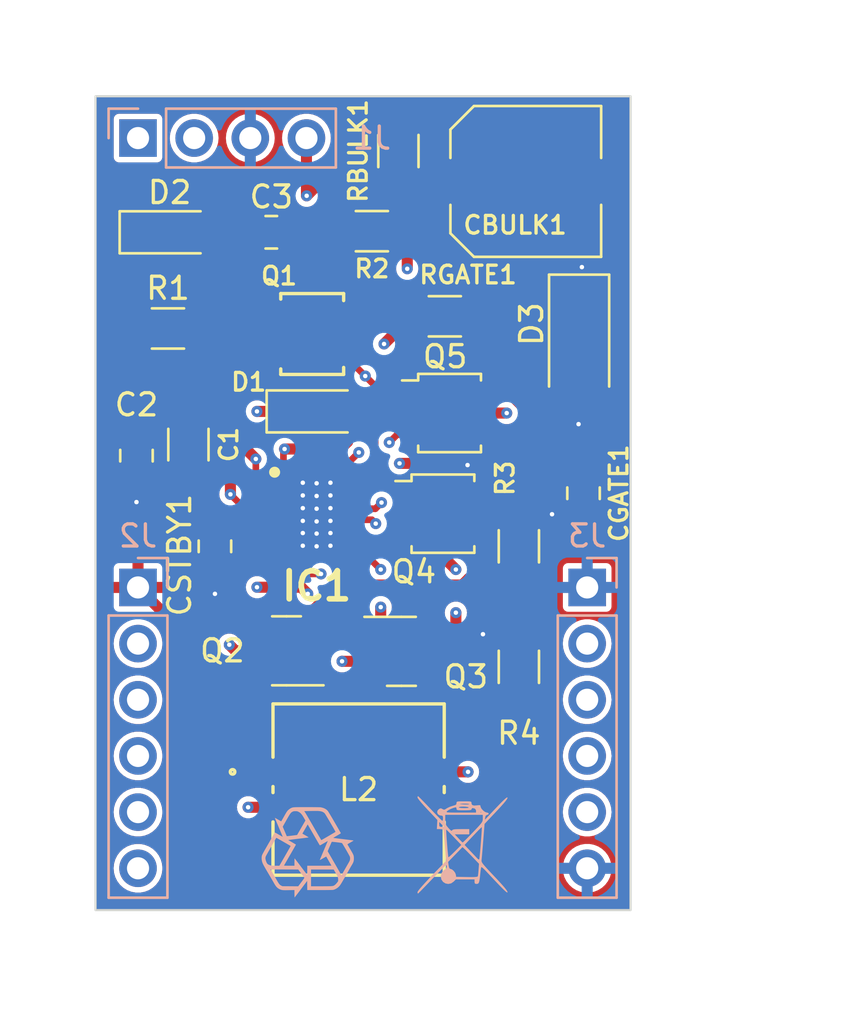
<source format=kicad_pcb>
(kicad_pcb (version 20221018) (generator pcbnew)
  (layers (0 "F.Cu" mixed) (1 "In1.Cu" power) (2 "In2.Cu" mixed) (31 "B.Cu" power) (34 "B.Paste" user) (35 "F.Paste" user) (36 "B.SilkS" user "B.Silkscreen") (37 "F.SilkS" user "F.Silkscreen") (38 "B.Mask" user) (39 "F.Mask" user) (44 "Edge.Cuts" user))
  (net 0 "")
  (net 1 "Net-(D1-K)")
  (net 2 "Net-(D1-A)")
  (net 3 "Net-(D2-A)")
  (net 4 "Net-(C1-Pad1)")
  (net 5 "Net-(Q2-S)")
  (net 6 "Net-(C3-Pad1)")
  (net 7 "Net-(Q3-S)")
  (net 8 "GND")
  (net 9 "Net-(CBULK1-Pad1)")
  (net 10 "Net-(CGATE1-Pad1)")
  (net 12 "Net-(IC1-CLASSC)")
  (net 13 "Net-(IC1-SCCP)")
  (net 14 "Net-(IC1-LGATE2)")
  (net 17 "Net-(IC1-LGATE1)")
  (net 18 "Net-(IC1-OUT)")
  (net 19 "Net-(IC1-GATE)")
  (net 20 "/PODL+")
  (net 21 "/PODL-")
  (footprint "Package_TO_SOT_SMD:SOT-23" (layer "F.Cu") (at 77.8375 140.025 180)
    (fp_text reference "Q2" (at 2.9 0) (layer "F.SilkS"))
    (fp_text value "BSS123")
    (pad "1" smd roundrect (at -0.9375 -0.95 180) (size 1.475 0.6) (layers "F.Cu" "F.Paste" "F.Mask") (net 13 "Net-(IC1-SCCP)"))
    (pad "2" smd roundrect (at -0.9375 0.95 180) (size 1.475 0.6) (layers "F.Cu" "F.Paste" "F.Mask") (net 5 "Net-(Q2-S)"))
    (pad "3" smd roundrect (at 0.9375 0 180) (size 1.475 0.6) (layers "F.Cu" "F.Paste" "F.Mask") (net 2 "Net-(D1-A)"))
  )
  (footprint "Capacitor_SMD:C_Elec_6.3x7.7" (layer "F.Cu") (at 88.6625 118.8)
    (fp_text reference "CBULK1" (at -0.4875 1.975) (layer "F.SilkS") (effects (font (size 0.8 0.8))))
    (fp_text value "47uF")
    (pad "1" smd roundrect (at -2.5375 0) (size 3.325 1.6) (layers "F.Cu" "F.Paste" "F.Mask") (roundrect_rratio 0.15625) (net 9 "Net-(CBULK1-Pad1)"))
    (pad "2" smd roundrect (at 2.5375 0) (size 3.325 1.6) (layers "F.Cu" "F.Paste" "F.Mask") (roundrect_rratio 0.15625) (net 8 "GND"))
  )
  (footprint "Diode_SMD:Nexperia_CFP3_SOD-123W" (layer "F.Cu") (at 72.55 121.1)
    (fp_text reference "D2" (at 0 -1.8) (layer "F.SilkS"))
    (fp_text value "PMEG10020AELR")
    (pad "1" smd rect (at -1.4 0) (size 1.2 1.2) (layers "F.Cu" "F.Paste" "F.Mask") (net 1 "Net-(D1-K)"))
    (pad "2" smd rect (at 1.4 0) (size 1.2 1.2) (layers "F.Cu" "F.Paste" "F.Mask") (net 3 "Net-(D2-A)"))
  )
  (footprint "Capacitor_SMD:C_0805_2012Metric" (layer "F.Cu") (at 77.15 121.1 180)
    (fp_text reference "C3" (at 0 1.6) (layer "F.SilkS"))
    (fp_text value "47nF")
    (pad "1" smd roundrect (at -0.95 0 180) (size 1 1.45) (layers "F.Cu" "F.Paste" "F.Mask") (net 6 "Net-(C3-Pad1)"))
    (pad "2" smd roundrect (at 0.95 0 180) (size 1 1.45) (layers "F.Cu" "F.Paste" "F.Mask") (net 3 "Net-(D2-A)"))
  )
  (footprint "Resistor_SMD:R_1206_3216Metric" (layer "F.Cu") (at 72.475 125.45)
    (fp_text reference "R1" (at 0 -1.82) (layer "F.SilkS"))
    (fp_text value "40, 1/4")
    (pad "1" smd roundrect (at -1.4625 0) (size 1.125 1.75) (layers "F.Cu" "F.Paste" "F.Mask") (roundrect_rratio 0.222222) (net 1 "Net-(D1-K)"))
    (pad "2" smd roundrect (at 1.4625 0) (size 1.125 1.75) (layers "F.Cu" "F.Paste" "F.Mask") (roundrect_rratio 0.222222) (net 4 "Net-(C1-Pad1)"))
  )
  (footprint "Capacitor_SMD:C_0805_2012Metric" (layer "F.Cu") (at 91.275 132.9 -90)
    (fp_text reference "CGATE1" (at 0 -1.6 90) (layer "F.SilkS") (effects (font (size 0.8 0.8))))
    (fp_text value "22nF")
    (pad "1" smd roundrect (at -0.95 0 270) (size 1 1.45) (layers "F.Cu" "F.Paste" "F.Mask") (net 10 "Net-(CGATE1-Pad1)"))
    (pad "2" smd roundrect (at 0.95 0 270) (size 1 1.45) (layers "F.Cu" "F.Paste" "F.Mask") (net 8 "GND"))
  )
  (footprint "Package_TO_SOT_SMD:LFPAK33" (layer "F.Cu") (at 84.715 133.824)
    (fp_text reference "Q4" (at -1.115 2.626) (layer "F.SilkS"))
    (fp_text value "BUK9M120-100EX")
    (pad "1" smd rect (at -1.535 -0.975) (size 0.83 0.4) (layers "F.Cu" "F.Mask") (net 8 "GND"))
    (pad "2" smd rect (at -1.535 -0.325) (size 0.83 0.4) (layers "F.Cu" "F.Mask") (net 8 "GND"))
    (pad "3" smd rect (at -1.535 0.325) (size 0.83 0.4) (layers "F.Cu" "F.Mask") (net 8 "GND"))
    (pad "4" smd rect (at -1.535 0.975) (size 0.83 0.4) (layers "F.Cu" "F.Mask") (net 14 "Net-(IC1-LGATE2)"))
    (pad "5" smd custom (at 0.405 0) (size 1.85 2.25) (layers "F.Cu" "F.Mask") (net 3 "Net-(D2-A)") (options (clearance outline) (anchor rect)) (primitives (gr_poly (pts (xy 1.545 -0.775) (xy 0.925 -0.775) (xy 0.925 -1.175) (xy 1.545 -1.175)) (width 0) (fill yes)) (gr_poly (pts (xy 1.545 -0.125) (xy 0.925 -0.125) (xy 0.925 -0.525) (xy 1.545 -0.525)) (width 0) (fill yes)) (gr_poly (pts (xy 1.545 0.525) (xy 0.925 0.525) (xy 0.925 0.125) (xy 1.545 0.125)) (width 0) (fill yes)) (gr_poly (pts (xy 1.545 1.175) (xy 0.925 1.175) (xy 0.925 0.775) (xy 1.545 0.775)) (width 0) (fill yes))))
  )
  (footprint "footprints:MSD7342_COC" (layer "F.Cu") (at 81.1 146.3)
    (fp_text reference "L2" (at 0 0 unlocked) (layer "F.SilkS"))
    (fp_text value "MSD7342-683MLC")
    (pad "1" smd rect (at -2.9718 -0.8001) (size 2.159 0.6604) (layers "F.Cu" "F.Paste" "F.Mask") (net 20 "/PODL+"))
    (pad "2" smd rect (at -2.9718 0.8001) (size 2.159 0.6604) (layers "F.Cu" "F.Paste" "F.Mask") (net 3 "Net-(D2-A)"))
    (pad "3" smd rect (at 2.9718 0.8001) (size 2.159 0.6604) (layers "F.Cu" "F.Paste" "F.Mask") (net 2 "Net-(D1-A)"))
    (pad "4" smd rect (at 2.9718 -0.8001) (size 2.159 0.6604) (layers "F.Cu" "F.Paste" "F.Mask") (net 21 "/PODL-"))
  )
  (footprint "Resistor_SMD:R_1206_3216Metric" (layer "F.Cu") (at 82.9 117.425 90)
    (fp_text reference "RBULK1" (at 0 -1.82 90) (layer "F.SilkS") (effects (font (size 0.8 0.8))))
    (fp_text value "3.3, 1/4")
    (pad "1" smd roundrect (at -1.4625 0 90) (size 1.125 1.75) (layers "F.Cu" "F.Paste" "F.Mask") (roundrect_rratio 0.2222222222) (net 18 "Net-(IC1-OUT)"))
    (pad "2" smd roundrect (at 1.4625 0 90) (size 1.125 1.75) (layers "F.Cu" "F.Paste" "F.Mask") (roundrect_rratio 0.2222222222) (net 9 "Net-(CBULK1-Pad1)"))
  )
  (footprint "Resistor_SMD:R_1206_3216Metric" (layer "F.Cu") (at 85 124.9)
    (fp_text reference "RGATE1" (at 1.05 -1.875) (layer "F.SilkS") (effects (font (size 0.8 0.8))))
    (fp_text value "10k")
    (pad "1" smd roundrect (at -1.4625 0) (size 1.125 1.75) (layers "F.Cu" "F.Paste" "F.Mask") (roundrect_rratio 0.2222222222) (net 19 "Net-(IC1-GATE)"))
    (pad "2" smd roundrect (at 1.4625 0) (size 1.125 1.75) (layers "F.Cu" "F.Paste" "F.Mask") (roundrect_rratio 0.2222222222) (net 10 "Net-(CGATE1-Pad1)"))
  )
  (footprint "footprints2:LFPAK33_SOT1210_NEX" (layer "F.Cu") (at 79 125.7 90)
    (fp_text reference "Q1" (at 2.625 -1.5 unlocked) (layer "F.SilkS") (effects (font (size 0.8 0.8))))
    (fp_text value "PSMN075-100MSEX")
    (pad "1" smd rect (at -0.974999 1.8542 90) (size 0.4064 1.2192) (layers "F.Cu" "F.Paste" "F.Mask") (net 18 "Net-(IC1-OUT)"))
    (pad "2" smd rect (at -0.325001 1.8542 90) (size 0.4064 1.2192) (layers "F.Cu" "F.Paste" "F.Mask"))
    (pad "3" smd rect (at 0.325001 1.8542 90) (size 0.4064 1.2192) (layers "F.Cu" "F.Paste" "F.Mask"))
    (pad "4" smd rect (at 0.974999 1.8542 90) (size 0.4064 1.2192) (layers "F.Cu" "F.Paste" "F.Mask") (net 19 "Net-(IC1-GATE)"))
    (pad "5" smd rect (at 0 -0.5461 90) (size 2.4892 3.0734) (layers "F.Cu" "F.Paste" "F.Mask") (net 1 "Net-(D1-K)"))
  )
  (footprint "Package_TO_SOT_SMD:SOT-23" (layer "F.Cu") (at 83.0375 140.05)
    (fp_text reference "Q3" (at 2.9125 1.15 180) (layer "F.SilkS"))
    (fp_text value "BSS123")
    (pad "1" smd roundrect (at -0.9375 -0.95) (size 1.475 0.6) (layers "F.Cu" "F.Paste" "F.Mask") (net 13 "Net-(IC1-SCCP)"))
    (pad "2" smd roundrect (at -0.9375 0.95) (size 1.475 0.6) (layers "F.Cu" "F.Paste" "F.Mask") (net 7 "Net-(Q3-S)"))
    (pad "3" smd roundrect (at 0.9375 0) (size 1.475 0.6) (layers "F.Cu" "F.Paste" "F.Mask") (net 3 "Net-(D2-A)"))
  )
  (footprint "Capacitor_SMD:C_1206_3216Metric" (layer "F.Cu") (at 73.4 130.7 -90)
    (fp_text reference "C1" (at 0 -1.825 90) (layer "F.SilkS") (effects (font (size 0.8 0.8))))
    (fp_text value "150nF")
    (pad "1" smd roundrect (at -1.475 0 270) (size 1.15 1.8) (layers "F.Cu" "F.Paste" "F.Mask") (roundrect_rratio 0.2173913043) (net 4 "Net-(C1-Pad1)"))
    (pad "2" smd roundrect (at 1.475 0 270) (size 1.15 1.8) (layers "F.Cu" "F.Paste" "F.Mask") (roundrect_rratio 0.2173913043) (net 8 "GND"))
  )
  (footprint "Resistor_SMD:R_1206_3216Metric" (layer "F.Cu") (at 88.35 135.3 90)
    (fp_text reference "R3" (at 3.075 -0.625 270) (layer "F.SilkS") (effects (font (size 0.8 0.8))))
    (fp_text value "3.3, 1/4")
    (pad "1" smd roundrect (at -1.4625 0 90) (size 1.125 1.75) (layers "F.Cu" "F.Paste" "F.Mask") (roundrect_rratio 0.2222222222) (net 5 "Net-(Q2-S)"))
    (pad "2" smd roundrect (at 1.4625 0 90) (size 1.125 1.75) (layers "F.Cu" "F.Paste" "F.Mask") (roundrect_rratio 0.2222222222) (net 8 "GND"))
  )
  (footprint "Resistor_SMD:R_1206_3216Metric" (layer "F.Cu") (at 81.7 121.05 180)
    (fp_text reference "R2" (at 0 -1.7) (layer "F.SilkS") (effects (font (size 0.8 0.8))))
    (fp_text value "100")
    (pad "1" smd roundrect (at -1.4625 0 180) (size 1.125 1.75) (layers "F.Cu" "F.Paste" "F.Mask") (roundrect_rratio 0.2222222222) (net 2 "Net-(D1-A)"))
    (pad "2" smd roundrect (at 1.4625 0 180) (size 1.125 1.75) (layers "F.Cu" "F.Paste" "F.Mask") (roundrect_rratio 0.2222222222) (net 6 "Net-(C3-Pad1)"))
  )
  (footprint "Resistor_SMD:R_1206_3216Metric" (layer "F.Cu") (at 88.35 140.75 90)
    (fp_text reference "R4" (at -3 0) (layer "F.SilkS"))
    (fp_text value "3.3, 1/4")
    (pad "1" smd roundrect (at -1.4625 0 90) (size 1.125 1.75) (layers "F.Cu" "F.Paste" "F.Mask") (roundrect_rratio 0.2222222222) (net 7 "Net-(Q3-S)"))
    (pad "2" smd roundrect (at 1.4625 0 90) (size 1.125 1.75) (layers "F.Cu" "F.Paste" "F.Mask") (roundrect_rratio 0.2222222222) (net 8 "GND"))
  )
  (footprint "Capacitor_SMD:C_0805_2012Metric" (layer "F.Cu") (at 74.6 135.3 -90)
    (fp_text reference "CSTBY1" (at 0.4 1.6 90) (layer "F.SilkS"))
    (fp_text value "2.2uF")
    (pad "1" smd roundrect (at -0.95 0 270) (size 1 1.45) (layers "F.Cu" "F.Paste" "F.Mask") (net 12 "Net-(IC1-CLASSC)"))
    (pad "2" smd roundrect (at 0.95 0 270) (size 1 1.45) (layers "F.Cu" "F.Paste" "F.Mask") (net 8 "GND"))
  )
  (footprint "Capacitor_SMD:C_0805_2012Metric" (layer "F.Cu") (at 71.05 131.2 -90)
    (fp_text reference "C2" (at -2.3 0) (layer "F.SilkS"))
    (fp_text value "47nF")
    (pad "1" smd roundrect (at -0.95 0 270) (size 1 1.45) (layers "F.Cu" "F.Paste" "F.Mask") (net 1 "Net-(D1-K)"))
    (pad "2" smd roundrect (at 0.95 0 270) (size 1 1.45) (layers "F.Cu" "F.Paste" "F.Mask") (net 8 "GND"))
  )
  (footprint "Diode_SMD:D_SOD-128" (layer "F.Cu") (at 91.075 126.175 -90)
    (fp_text reference "D3" (at -0.925 2.15 90) (layer "F.SilkS"))
    (fp_text value "D_Zener")
    (pad "1" smd roundrect (at -2.2 0 270) (size 1.4 2.1) (layers "F.Cu" "F.Paste" "F.Mask") (roundrect_rratio 0.1785714286) (net 1 "Net-(D1-K)"))
    (pad "2" smd roundrect (at 2.2 0 270) (size 1.4 2.1) (layers "F.Cu" "F.Paste" "F.Mask") (roundrect_rratio 0.1785714286) (net 8 "GND"))
  )
  (footprint "Diode_SMD:Nexperia_CFP3_SOD-123W" (layer "F.Cu") (at 79.2 129.2)
    (fp_text reference "D1" (at -3.075 -1.325) (layer "F.SilkS") (effects (font (size 0.8 0.8))))
    (fp_text value "PMEG10020AELR")
    (pad "1" smd rect (at -1.4 0) (size 1.2 1.2) (layers "F.Cu" "F.Paste" "F.Mask") (net 1 "Net-(D1-K)"))
    (pad "2" smd rect (at 1.4 0) (size 1.2 1.2) (layers "F.Cu" "F.Paste" "F.Mask") (net 2 "Net-(D1-A)"))
  )
  (footprint "KiCad:SON50P300X400X80-13N-D" (layer "F.Cu") (at 79.2 133.85)
    (fp_text reference "IC1" (at 0 3.25) (layer "F.SilkS") (effects (font (size 1.27 1.27) (thickness 0.254))))
    (fp_text value "LTC9111RDE#PBF" hide)
    (pad "1" smd rect (at -1.5 -1.25 90) (size 0.3 0.8) (layers "F.Cu" "F.Paste" "F.Mask") (net 2 "Net-(D1-A)"))
    (pad "2" smd rect (at -1.5 -0.75 90) (size 0.3 0.8) (layers "F.Cu" "F.Paste" "F.Mask") (net 3 "Net-(D2-A)"))
    (pad "3" smd rect (at -1.5 -0.25 90) (size 0.3 0.8) (layers "F.Cu" "F.Paste" "F.Mask") (net 1 "Net-(D1-K)"))
    (pad "4" smd rect (at -1.5 0.25 90) (size 0.3 0.8) (layers "F.Cu" "F.Paste" "F.Mask") (net 12 "Net-(IC1-CLASSC)"))
    (pad "5" smd rect (at -1.5 0.75 90) (size 0.3 0.8) (layers "F.Cu" "F.Paste" "F.Mask") (net 8 "GND"))
    (pad "6" smd rect (at -1.5 1.25 90) (size 0.3 0.8) (layers "F.Cu" "F.Paste" "F.Mask"))
    (pad "7" smd rect (at 1.5 1.25 90) (size 0.3 0.8) (layers "F.Cu" "F.Paste" "F.Mask") (net 13 "Net-(IC1-SCCP)"))
    (pad "8" smd rect (at 1.5 0.75 90) (size 0.3 0.8) (layers "F.Cu" "F.Paste" "F.Mask") (net 14 "Net-(IC1-LGATE2)"))
    (pad "9" smd rect (at 1.5 0.25 90) (size 0.3 0.8) (layers "F.Cu" "F.Paste" "F.Mask") (net 17 "Net-(IC1-LGATE1)"))
    (pad "10" smd rect (at 1.5 -0.25 90) (size 0.3 0.8) (layers "F.Cu" "F.Paste" "F.Mask") (net 12 "Net-(IC1-CLASSC)"))
    (pad "11" smd rect (at 1.5 -0.75 90) (size 0.3 0.8) (layers "F.Cu" "F.Paste" "F.Mask") (net 18 "Net-(IC1-OUT)"))
    (pad "12" smd rect (at 1.5 -1.25 90) (size 0.3 0.8) (layers "F.Cu" "F.Paste" "F.Mask") (net 19 "Net-(IC1-GATE)"))
    (pad "13" smd rect (at 0 0) (size 1.8 3.4) (layers "F.Cu" "F.Paste" "F.Mask") (net 8 "GND"))
  )
  (footprint "Package_TO_SOT_SMD:LFPAK33" (layer "F.Cu") (at 85.015 129.274)
    (fp_text reference "Q5" (at 0 -2.55) (layer "F.SilkS"))
    (fp_text value "BUK9M120-100EX")
    (pad "1" smd rect (at -1.535 -0.975) (size 0.83 0.4) (layers "F.Cu" "F.Mask") (net 8 "GND"))
    (pad "2" smd rect (at -1.535 -0.325) (size 0.83 0.4) (layers "F.Cu" "F.Mask") (net 8 "GND"))
    (pad "3" smd rect (at -1.535 0.325) (size 0.83 0.4) (layers "F.Cu" "F.Mask") (net 8 "GND"))
    (pad "4" smd rect (at -1.535 0.975) (size 0.83 0.4) (layers "F.Cu" "F.Mask") (net 17 "Net-(IC1-LGATE1)"))
    (pad "5" smd custom (at 0.405 0) (size 1.85 2.25) (layers "F.Cu" "F.Mask") (net 2 "Net-(D1-A)") (options (clearance outline) (anchor rect)) (primitives (gr_poly (pts (xy 1.545 -0.775) (xy 0.925 -0.775) (xy 0.925 -1.175) (xy 1.545 -1.175)) (width 0) (fill yes)) (gr_poly (pts (xy 1.545 -0.125) (xy 0.925 -0.125) (xy 0.925 -0.525) (xy 1.545 -0.525)) (width 0) (fill yes)) (gr_poly (pts (xy 1.545 0.525) (xy 0.925 0.525) (xy 0.925 0.125) (xy 1.545 0.125)) (width 0) (fill yes)) (gr_poly (pts (xy 1.545 1.175) (xy 0.925 1.175) (xy 0.925 0.775) (xy 1.545 0.775)) (width 0) (fill yes))))
  )
  (footprint "Connector_PinHeader_2.54mm:PinHeader_1x04_P2.54mm_Vertical" (layer "B.Cu") (at 71.12 116.84 -90)
    (fp_text reference "J1" (at 0 -10.58) (layer "B.SilkS") (effects (justify mirror)))
    (fp_text value "Conn_01x04_Pin")
    (pad "1" thru_hole rect locked (at 0 0 270) (size 1.7 1.7) (drill 1) (layers "*.Cu" "*.Mask"))
    (pad "2" thru_hole oval locked (at 0 -2.54 270) (size 1.7 1.7) (drill 1) (layers "*.Cu" "*.Mask"))
    (pad "3" thru_hole oval locked (at 0 -5.08 270) (size 1.7 1.7) (drill 1) (layers "*.Cu" "*.Mask") (net 8 "GND"))
    (pad "4" thru_hole oval locked (at 0 -7.62 270) (size 1.7 1.7) (drill 1) (layers "*.Cu" "*.Mask") (net 18 "Net-(IC1-OUT)"))
  )
  (footprint "LOGO" (layer "B.Cu") (at 78.8 149.1 180)
    (fp_text reference "G***" hide)
    (fp_text value "LOGO" hide)
  )
  (footprint "LOGO" (layer "B.Cu") (at 85.867914 148.156092 180)
    (fp_text reference "G***" hide)
    (fp_text value "LOGO" hide)
  )
  (footprint "Connector_PinHeader_2.54mm:PinHeader_1x06_P2.54mm_Vertical" (layer "B.Cu") (at 71.12 137.16 180)
    (fp_text reference "J2" (at 0 2.33) (layer "B.SilkS") (effects (justify mirror)))
    (fp_text value "Conn_01x06_Pin")
    (pad "1" thru_hole rect locked (at 0 0 180) (size 1.7 1.7) (drill 1) (layers "*.Cu" "*.Mask") (net 20 "/PODL+"))
    (pad "2" thru_hole oval locked (at 0 -2.54 180) (size 1.7 1.7) (drill 1) (layers "*.Cu" "*.Mask"))
    (pad "3" thru_hole oval locked (at 0 -5.08 180) (size 1.7 1.7) (drill 1) (layers "*.Cu" "*.Mask"))
    (pad "4" thru_hole oval locked (at 0 -7.62 180) (size 1.7 1.7) (drill 1) (layers "*.Cu" "*.Mask"))
    (pad "5" thru_hole oval locked (at 0 -10.16 180) (size 1.7 1.7) (drill 1) (layers "*.Cu" "*.Mask"))
    (pad "6" thru_hole oval locked (at 0 -12.7 180) (size 1.7 1.7) (drill 1) (layers "*.Cu" "*.Mask") (net 21 "/PODL-"))
  )
  (footprint "Connector_PinHeader_2.54mm:PinHeader_1x06_P2.54mm_Vertical" (layer "B.Cu") (at 91.44 137.16 180)
    (fp_text reference "J3" (at 0 2.33) (layer "B.SilkS") (effects (justify mirror)))
    (fp_text value "Conn_01x06_Pin")
    (pad "1" thru_hole rect locked (at 0 0 180) (size 1.7 1.7) (drill 1) (layers "*.Cu" "*.Mask") (net 8 "GND"))
    (pad "2" thru_hole oval locked (at 0 -2.54 180) (size 1.7 1.7) (drill 1) (layers "*.Cu" "*.Mask"))
    (pad "3" thru_hole oval locked (at 0 -5.08 180) (size 1.7 1.7) (drill 1) (layers "*.Cu" "*.Mask"))
    (pad "4" thru_hole oval locked (at 0 -7.62 180) (size 1.7 1.7) (drill 1) (layers "*.Cu" "*.Mask"))
    (pad "5" thru_hole oval locked (at 0 -10.16 180) (size 1.7 1.7) (drill 1) (layers "*.Cu" "*.Mask"))
    (pad "6" thru_hole oval locked (at 0 -12.7 180) (size 1.7 1.7) (drill 1) (layers "*.Cu" "*.Mask") (net 8 "GND"))
  )
  (gr_rect (start 69.2 114.95) (end 93.4 151.75) (stroke (width 0.1)) (fill none) (layer "Edge.Cuts"))
  (segment (start 78.4539 123.9554) (end 78.4539 125.7) (width 0.5) (layer "F.Cu") (net 1))
  (segment (start 71.05 130.25) (end 73.446878 130.25) (width 0.5) (layer "F.Cu") (net 1))
  (segment (start 91.075 123.975) (end 90.675 123.575) (width 0.5) (layer "F.Cu") (net 1))
  (segment (start 75.3 132.103122) (end 75.3 132.95) (width 0.5) (layer "F.Cu") (net 1))
  (segment (start 90.675 123.575) (end 78.8343 123.575) (width 0.5) (layer "F.Cu") (net 1))
  (segment (start 78.8343 123.575) (end 78.4539 123.9554) (width 0.5) (layer "F.Cu") (net 1))
  (segment (start 75.95 133.6) (end 75.3 132.95) (width 0.3) (layer "F.Cu") (net 1))
  (segment (start 77.8 129.2) (end 76.5 129.2) (width 0.5) (layer "F.Cu") (net 1))
  (segment (start 71.0125 121.2375) (end 71.15 121.1) (width 0.5) (layer "F.Cu") (net 1))
  (segment (start 73.446878 130.25) (end 75.3 132.103122) (width 0.5) (layer "F.Cu") (net 1))
  (segment (start 71.05 125.4875) (end 71.0125 125.45) (width 0.5) (layer "F.Cu") (net 1))
  (segment (start 77.8 129.2) (end 77.8 126.3539) (width 0.5) (layer "F.Cu") (net 1))
  (segment (start 71.05 130.25) (end 71.05 125.4875) (width 0.5) (layer "F.Cu") (net 1))
  (segment (start 77.8 126.3539) (end 78.4539 125.7) (width 0.5) (layer "F.Cu") (net 1))
  (segment (start 71.0125 125.45) (end 71.0125 121.2375) (width 0.5) (layer "F.Cu") (net 1))
  (segment (start 77.7 133.6) (end 75.95 133.6) (width 0.3) (layer "F.Cu") (net 1))
  (via (at 75.3 132.95) (size 0.5) (drill 0.2) (layers "F.Cu" "B.Cu") (net 1))
  (via (at 76.5 129.2) (size 0.5) (drill 0.2) (layers "F.Cu" "B.Cu") (net 1))
  (segment (start 76.9 140.025) (end 75.675 140.025) (width 0.5) (layer "F.Cu") (net 2))
  (segment (start 80.27369 130.9) (end 77.75 130.9) (width 0.5) (layer "F.Cu") (net 2))
  (segment (start 84.0718 147.1001) (end 82.6001 147.1001) (width 0.5) (layer "F.Cu") (net 2))
  (segment (start 77.7 130.95) (end 77.75 130.9) (width 0.3) (layer "F.Cu") (net 2))
  (segment (start 77.7 132.6) (end 77.7 130.95) (width 0.3) (layer "F.Cu") (net 2))
  (segment (start 85.42 131.28) (end 85.15 131.55) (width 0.5) (layer "F.Cu") (net 2))
  (segment (start 75.6 140.1) (end 75.25 139.75) (width 0.3) (layer "F.Cu") (net 2))
  (segment (start 85.421 129.275) (end 85.42 129.274) (width 0.5) (layer "F.Cu") (net 2))
  (segment (start 83.3 122.725) (end 83.3 121.1875) (width 0.5) (layer "F.Cu") (net 2))
  (segment (start 80.6 129.2) (end 80.6 130.57369) (width 0.5) (layer "F.Cu") (net 2))
  (segment (start 75.675 140.025) (end 75.6 140.1) (width 0.5) (layer "F.Cu") (net 2))
  (segment (start 83.3 121.1875) (end 83.1625 121.05) (width 0.5) (layer "F.Cu") (net 2))
  (segment (start 80.6 130.57369) (end 80.27369 130.9) (width 0.5) (layer "F.Cu") (net 2))
  (segment (start 85.42 129.274) (end 85.42 131.28) (width 0.5) (layer "F.Cu") (net 2))
  (segment (start 82.6001 147.1001) (end 75.25 139.75) (width 0.5) (layer "F.Cu") (net 2))
  (segment (start 87.8 129.275) (end 85.421 129.275) (width 0.5) (layer "F.Cu") (net 2))
  (segment (start 85.15 131.55) (end 82.95 131.55) (width 0.5) (layer "F.Cu") (net 2))
  (via (at 77.75 130.9) (size 0.5) (drill 0.2) (layers "F.Cu" "B.Cu") (net 2))
  (via (at 83.3 122.75) (size 0.5) (drill 0.2) (layers "F.Cu" "B.Cu") (net 2))
  (via (at 82.95 131.55) (size 0.5) (drill 0.2) (layers "F.Cu" "B.Cu") (net 2))
  (via (at 87.8 129.275) (size 0.5) (drill 0.2) (layers "F.Cu" "B.Cu") (net 2))
  (via (at 75.25 139.75) (size 0.5) (drill 0.2) (layers "F.Cu" "B.Cu") (net 2))
  (segment (start 85.12 133.824) (end 85.12 135.97) (width 0.5) (layer "F.Cu") (net 3))
  (segment (start 75.45 130.35) (end 76.45 131.35) (width 0.5) (layer "F.Cu") (net 3))
  (segment (start 73.95 121.1) (end 76.2 121.1) (width 0.5) (layer "F.Cu") (net 3))
  (segment (start 75.45 123.75) (end 76.2 123) (width 0.5) (layer "F.Cu") (net 3))
  (segment (start 81.459816 140.05) (end 83.975 140.05) (width 0.5) (layer "F.Cu") (net 3))
  (segment (start 76.1001 147.1001) (end 76.1 147.1) (width 0.5) (layer "F.Cu") (net 3))
  (segment (start 75.45 130.35) (end 75.45 123.75) (width 0.5) (layer "F.Cu") (net 3))
  (segment (start 76.5 137.15) (end 78.5 137.15) (width 0.5) (layer "F.Cu") (net 3))
  (segment (start 85.5 134.504) (end 84.82 133.824) (width 0.5) (layer "F.Cu") (net 3))
  (segment (start 85.5 139.7) (end 85.5 138.3) (width 0.5) (layer "F.Cu") (net 3))
  (segment (start 85.12 135.97) (end 85.5 136.35) (width 0.5) (layer "F.Cu") (net 3))
  (segment (start 78.5 137.15) (end 78.8 137.45) (width 0.5) (layer "F.Cu") (net 3))
  (segment (start 80.35 140.5) (end 81.009816 140.5) (width 0.5) (layer "F.Cu") (net 3))
  (segment (start 81.009816 140.5) (end 81.459816 140.05) (width 0.5) (layer "F.Cu") (net 3))
  (segment (start 76.2 123) (end 76.2 121.1) (width 0.5) (layer "F.Cu") (net 3))
  (segment (start 76.45 132.6) (end 76.45 131.35) (width 0.3) (layer "F.Cu") (net 3))
  (segment (start 83.975 140.05) (end 85.15 140.05) (width 0.5) (layer "F.Cu") (net 3))
  (segment (start 85.15 140.05) (end 85.5 139.7) (width 0.5) (layer "F.Cu") (net 3))
  (segment (start 76.95 133.1) (end 76.45 132.6) (width 0.3) (layer "F.Cu") (net 3))
  (segment (start 77.7 133.1) (end 76.95 133.1) (width 0.3) (layer "F.Cu") (net 3))
  (segment (start 78.1282 147.1001) (end 76.1001 147.1001) (width 0.5) (layer "F.Cu") (net 3))
  (via (at 80.35 140.5) (size 0.5) (drill 0.2) (layers "F.Cu" "B.Cu") (net 3))
  (via (at 76.45 131.35) (size 0.5) (drill 0.2) (layers "F.Cu" "B.Cu") (net 3))
  (via (at 76.1 147.1) (size 0.5) (drill 0.2) (layers "F.Cu" "B.Cu") (net 3))
  (via (at 85.5 138.3) (size 0.5) (drill 0.2) (layers "F.Cu" "B.Cu") (net 3))
  (via (at 76.5 137.15) (size 0.5) (drill 0.2) (layers "F.Cu" "B.Cu") (net 3))
  (via (at 78.8 137.45) (size 0.5) (drill 0.2) (layers "F.Cu" "B.Cu") (net 3))
  (via (at 85.5 136.35) (size 0.5) (drill 0.2) (layers "F.Cu" "B.Cu") (net 3))
  (segment (start 73.9375 127.2375) (end 73.9375 125.45) (width 0.5) (layer "F.Cu") (net 4))
  (segment (start 73.4 127.775) (end 73.9375 127.2375) (width 0.5) (layer "F.Cu") (net 4))
  (segment (start 73.4 129.225) (end 73.4 127.775) (width 0.5) (layer "F.Cu") (net 4))
  (segment (start 85.78995 137.05) (end 86.08995 136.75) (width 0.5) (layer "F.Cu") (net 5))
  (segment (start 78.78995 138.45) (end 80.18995 137.05) (width 0.5) (layer "F.Cu") (net 5))
  (segment (start 78.775 139.075) (end 78.775 138.45) (width 0.5) (layer "F.Cu") (net 5))
  (segment (start 86.08995 136.75) (end 88.3375 136.75) (width 0.5) (layer "F.Cu") (net 5))
  (segment (start 88.3375 136.75) (end 88.35 136.7625) (width 0.5) (layer "F.Cu") (net 5))
  (segment (start 78.775 138.45) (end 78.78995 138.45) (width 0.5) (layer "F.Cu") (net 5))
  (segment (start 80.18995 137.05) (end 85.78995 137.05) (width 0.5) (layer "F.Cu") (net 5))
  (segment (start 80.1875 121.1) (end 80.2375 121.05) (width 0.5) (layer "F.Cu") (net 6))
  (segment (start 78.1 121.1) (end 80.1875 121.1) (width 0.5) (layer "F.Cu") (net 6))
  (segment (start 82.4125 142.2125) (end 88.35 142.2125) (width 0.5) (layer "F.Cu") (net 7))
  (segment (start 82.1 141.9) (end 82.1 141) (width 0.5) (layer "F.Cu") (net 7))
  (segment (start 82.4125 142.2125) (end 82.1 141.9) (width 0.5) (layer "F.Cu") (net 7))
  (segment (start 83.18 134.149) (end 83.18 133.499) (width 0.3) (layer "F.Cu") (net 8))
  (segment (start 88.35 133.8375) (end 89.8375 133.8375) (width 0.5) (layer "F.Cu") (net 8))
  (segment (start 83.48 128.299) (end 83.48 128.949) (width 0.5) (layer "F.Cu") (net 8))
  (segment (start 88.35 139.2875) (end 86.7375 139.2875) (width 0.5) (layer "F.Cu") (net 8))
  (segment (start 77.7 134.6) (end 78.35 134.6) (width 0.3) (layer "F.Cu") (net 8))
  (segment (start 83.18 132.849) (end 83.73 132.299) (width 0.3) (layer "F.Cu") (net 8))
  (segment (start 83.48 129.599) (end 83.48 128.949) (width 0.5) (layer "F.Cu") (net 8))
  (segment (start 84.13 127.649) (end 87.199 127.649) (width 0.5) (layer "F.Cu") (net 8))
  (segment (start 83.48 128.299) (end 84.13 127.649) (width 0.5) (layer "F.Cu") (net 8))
  (segment (start 87.199 127.649) (end 88.725 129.175) (width 0.5) (layer "F.Cu") (net 8))
  (segment (start 73.375 132.15) (end 73.4 132.175) (width 0.5) (layer "F.Cu") (net 8))
  (segment (start 85.351 132.299) (end 86.023243 131.626757) (width 0.3) (layer "F.Cu") (net 8))
  (segment (start 86.7375 139.2875) (end 86.725 139.275) (width 0.5) (layer "F.Cu") (net 8))
  (segment (start 74.6 136.25) (end 74.6 137.45) (width 0.5) (layer "F.Cu") (net 8))
  (segment (start 91.2 118.8) (end 91.2 122.675) (width 0.5) (layer "F.Cu") (net 8))
  (segment (start 83.73 132.299) (end 85.351 132.299) (width 0.3) (layer "F.Cu") (net 8))
  (segment (start 91.075 128.375) (end 91.075 129.75) (width 0.5) (layer "F.Cu") (net 8))
  (segment (start 88.725 131.7) (end 89.85 132.825) (width 0.5) (layer "F.Cu") (net 8))
  (segment (start 71.05 132.15) (end 73.375 132.15) (width 0.5) (layer "F.Cu") (net 8))
  (segment (start 71.05 132.15) (end 71.05 133.3) (width 0.5) (layer "F.Cu") (net 8))
  (segment (start 89.85 132.825) (end 89.85 133.85) (width 0.5) (layer "F.Cu") (net 8))
  (segment (start 89.85 133.85) (end 91.275 133.85) (width 0.5) (layer "F.Cu") (net 8))
  (segment (start 83.18 133.499) (end 83.18 132.849) (width 0.3) (layer "F.Cu") (net 8))
  (segment (start 86.023243 131.626757) (end 86.02808 131.626757) (width 0.3) (layer "F.Cu") (net 8))
  (segment (start 88.725 129.175) (end 88.725 131.7) (width 0.5) (layer "F.Cu") (net 8))
  (segment (start 78.35 134.6) (end 78.55 134.4) (width 0.3) (layer "F.Cu") (net 8))
  (segment (start 89.8375 133.8375) (end 89.85 133.85) (width 0.5) (layer "F.Cu") (net 8))
  (segment (start 91.075 129.75) (end 91.05 129.775) (width 0.5) (layer "F.Cu") (net 8))
  (via (at 78.575 133) (size 0.5) (drill 0.2) (layers "F.Cu" "B.Cu") (net 8))
  (via (at 89.85 133.85) (size 0.5) (drill 0.2) (layers "F.Cu" "B.Cu") (net 8))
  (via (at 86.725 139.275) (size 0.5) (drill 0.2) (layers "F.Cu" "B.Cu") (net 8))
  (via (at 79.2 133.6) (size 0.5) (drill 0.2) (layers "F.Cu" "B.Cu") (net 8))
  (via (at 79.825 135.275) (size 0.5) (drill 0.2) (layers "F.Cu" "B.Cu") (net 8))
  (via (at 78.575 132.425) (size 0.5) (drill 0.2) (layers "F.Cu" "B.Cu") (net 8))
  (via (at 79.2 133.025) (size 0.5) (drill 0.2) (layers "F.Cu" "B.Cu") (net 8))
  (via (at 78.575 133.575) (size 0.5) (drill 0.2) (layers "F.Cu" "B.Cu") (net 8))
  (via (at 79.825 133.575) (size 0.5) (drill 0.2) (layers "F.Cu" "B.Cu") (net 8))
  (via (at 79.2 135.3) (size 0.5) (drill 0.2) (layers "F.Cu" "B.Cu") (net 8))
  (via (at 78.575 134.7) (size 0.5) (drill 0.2) (layers "F.Cu" "B.Cu") (net 8))
  (via (at 86.02808 131.626757) (size 0.5) (drill 0.2) (layers "F.Cu" "B.Cu") (net 8))
  (via (at 79.825 134.15) (size 0.5) (drill 0.2) (layers "F.Cu" "B.Cu") (net 8))
  (via (at 79.2 134.725) (size 0.5) (drill 0.2) (layers "F.Cu" "B.Cu") (net 8))
  (via (at 79.825 134.7) (size 0.5) (drill 0.2) (layers "F.Cu" "B.Cu") (net 8))
  (via (at 78.575 134.15) (size 0.5) (drill 0.2) (layers "F.Cu" "B.Cu") (net 8))
  (via (at 91.05 129.775) (size 0.5) (drill 0.2) (layers "F.Cu" "B.Cu") (net 8))
  (via (at 71.05 133.3) (size 0.5) (drill 0.2) (layers "F.Cu" "B.Cu") (net 8))
  (via (at 79.2 134.175) (size 0.5) (drill 0.2) (layers "F.Cu" "B.Cu") (net 8))
  (via (at 79.825 133) (size 0.5) (drill 0.2) (layers "F.Cu" "B.Cu") (net 8))
  (via (at 79.2 132.45) (size 0.5) (drill 0.2) (layers "F.Cu" "B.Cu") (net 8))
  (via (at 91.2 122.675) (size 0.5) (drill 0.2) (layers "F.Cu" "B.Cu") (net 8))
  (via (at 74.6 137.45) (size 0.5) (drill 0.2) (layers "F.Cu" "B.Cu") (net 8))
  (via (at 78.575 135.275) (size 0.5) (drill 0.2) (layers "F.Cu" "B.Cu") (net 8))
  (via (at 79.825 132.425) (size 0.5) (drill 0.2) (layers "F.Cu" "B.Cu") (net 8))
  (segment (start 86.125 116.975) (end 85.1125 115.9625) (width 0.5) (layer "F.Cu") (net 9))
  (segment (start 86.125 118.8) (end 86.125 116.975) (width 0.5) (layer "F.Cu") (net 9))
  (segment (start 85.1125 115.9625) (end 82.9 115.9625) (width 0.5) (layer "F.Cu") (net 9))
  (segment (start 89.425 126.675) (end 87.65 124.9) (width 0.5) (layer "F.Cu") (net 10))
  (segment (start 91.275 131) (end 89.425 129.15) (width 0.5) (layer "F.Cu") (net 10))
  (segment (start 87.65 124.9) (end 86.4625 124.9) (width 0.5) (layer "F.Cu") (net 10))
  (segment (start 91.275 131.95) (end 91.275 131) (width 0.5) (layer "F.Cu") (net 10))
  (segment (start 86.5625 124.8) (end 86.4625 124.9) (width 0.5) (layer "F.Cu") (net 10))
  (segment (start 89.425 129.15) (end 89.425 126.675) (width 0.5) (layer "F.Cu") (net 10))
  (segment (start 75.95 134.1) (end 77.7 134.1) (width 0.3) (layer "F.Cu") (net 12))
  (segment (start 79.4 136.55) (end 77.9 136.55) (width 0.3) (layer "F.Cu") (net 12))
  (segment (start 75.7 134.35) (end 75.95 134.1) (width 0.3) (layer "F.Cu") (net 12))
  (segment (start 80.7 133.6) (end 81.859589 133.6) (width 0.3) (layer "F.Cu") (net 12))
  (segment (start 75.7 134.35) (end 74.6 134.35) (width 0.3) (layer "F.Cu") (net 12))
  (segment (start 81.859589 133.6) (end 82.136102 133.323487) (width 0.3) (layer "F.Cu") (net 12))
  (segment (start 77.9 136.55) (end 75.7 134.35) (width 0.3) (layer "F.Cu") (net 12))
  (via (at 82.136102 133.323487) (size 0.5) (drill 0.2) (layers "F.Cu" "B.Cu") (net 12))
  (via (at 79.4 136.55) (size 0.5) (drill 0.2) (layers "F.Cu" "B.Cu") (net 12))
  (segment (start 78.775 140.975) (end 80.65 139.1) (width 0.5) (layer "F.Cu") (net 13))
  (segment (start 80.85 135.1) (end 82.1 136.35) (width 0.3) (layer "F.Cu") (net 13))
  (segment (start 80.65 139.1) (end 82.1 139.1) (width 0.5) (layer "F.Cu") (net 13))
  (segment (start 82.1 139.1) (end 82.1 138.05) (width 0.5) (layer "F.Cu") (net 13))
  (segment (start 80.7 135.1) (end 80.85 135.1) (width 0.3) (layer "F.Cu") (net 13))
  (via (at 82.1 138.05) (size 0.5) (drill 0.2) (layers "F.Cu" "B.Cu") (net 13))
  (via (at 82.1 136.35) (size 0.5) (drill 0.2) (layers "F.Cu" "B.Cu") (net 13))
  (segment (start 81.756224 135.071091) (end 82.907909 135.071091) (width 0.3) (layer "F.Cu") (net 14))
  (segment (start 81.285133 134.6) (end 81.756224 135.071091) (width 0.3) (layer "F.Cu") (net 14))
  (segment (start 80.7 134.6) (end 81.285133 134.6) (width 0.3) (layer "F.Cu") (net 14))
  (segment (start 82.907909 135.071091) (end 83.18 134.799) (width 0.3) (layer "F.Cu") (net 14))
  (segment (start 82.84095 130.249) (end 82.484975 130.604975) (width 0.3) (layer "F.Cu") (net 17))
  (segment (start 83.48 130.249) (end 82.84095 130.249) (width 0.3) (layer "F.Cu") (net 17))
  (segment (start 80.7 134.1) (end 81.7 134.1) (width 0.3) (layer "F.Cu") (net 17))
  (segment (start 81.7 134.1) (end 81.874265 134.274265) (width 0.3) (layer "F.Cu") (net 17))
  (segment (start 83.476204 130.245204) (end 83.48 130.249) (width 0.3) (layer "F.Cu") (net 17))
  (via (at 82.484975 130.604975) (size 0.5) (drill 0.2) (layers "F.Cu" "B.Cu") (net 17))
  (via (at 81.874265 134.274265) (size 0.5) (drill 0.2) (layers "F.Cu" "B.Cu") (net 17))
  (segment (start 79.3125 118.8875) (end 78.75 119.45) (width 0.5) (layer "F.Cu") (net 18))
  (segment (start 81.85 132.573487) (end 81.85 128.05) (width 0.3) (layer "F.Cu") (net 18))
  (segment (start 80.8542 126.674999) (end 80.8542 127.0542) (width 0.3) (layer "F.Cu") (net 18))
  (segment (start 78.74 116.84) (end 78.74 119.44) (width 0.5) (layer "F.Cu") (net 18))
  (segment (start 81.85 128.05) (end 81.4 127.6) (width 0.3) (layer "F.Cu") (net 18))
  (segment (start 82.9 118.8875) (end 79.3125 118.8875) (width 0.5) (layer "F.Cu") (net 18))
  (segment (start 80.7 133.1) (end 81.298928 133.1) (width 0.3) (layer "F.Cu") (net 18))
  (segment (start 78.74 119.44) (end 78.75 119.45) (width 0.5) (layer "F.Cu") (net 18))
  (segment (start 81.298928 133.1) (end 81.825441 132.573487) (width 0.3) (layer "F.Cu") (net 18))
  (segment (start 80.8542 127.0542) (end 81.4 127.6) (width 0.3) (layer "F.Cu") (net 18))
  (segment (start 81.825441 132.573487) (end 81.85 132.573487) (width 0.3) (layer "F.Cu") (net 18))
  (via (at 81.4 127.6) (size 0.5) (drill 0.2) (layers "F.Cu" "B.Cu") (net 18))
  (via (at 78.75 119.45) (size 0.5) (drill 0.2) (layers "F.Cu" "B.Cu") (net 18))
  (segment (start 83.5375 124.9) (end 83.5 124.9) (width 0.5) (layer "F.Cu") (net 19))
  (segment (start 83.359299 124.721799) (end 80.8542 124.721799) (width 0.5) (layer "F.Cu") (net 19))
  (segment (start 83.5 124.9) (end 82.25 126.15) (width 0.5) (layer "F.Cu") (net 19))
  (segment (start 80.7 131.463278) (end 81.10817 131.055108) (width 0.3) (layer "F.Cu") (net 19))
  (segment (start 83.5375 124.9) (end 83.359299 124.721799) (width 0.5) (layer "F.Cu") (net 19))
  (segment (start 80.7 132.6) (end 80.7 131.463278) (width 0.3) (layer "F.Cu") (net 19))
  (via (at 81.10817 131.055108) (size 0.5) (drill 0.2) (layers "F.Cu" "B.Cu") (net 19))
  (via (at 82.25 126.15) (size 0.5) (drill 0.2) (layers "F.Cu" "B.Cu") (net 19))
  (segment (start 74.35 143.85) (end 74.35 140.39) (width 0.5) (layer "F.Cu") (net 20))
  (segment (start 78.1282 145.4999) (end 76.0001 145.4999) (width 0.5) (layer "F.Cu") (net 20))
  (segment (start 74.35 140.39) (end 71.12 137.16) (width 0.5) (layer "F.Cu") (net 20))
  (segment (start 76.0001 145.4999) (end 76 145.5) (width 0.5) (layer "F.Cu") (net 20))
  (segment (start 76 145.5) (end 74.35 143.85) (width 0.5) (layer "F.Cu") (net 20))
  (segment (start 84.0718 145.4999) (end 86.0499 145.4999) (width 0.5) (layer "F.Cu") (net 21))
  (segment (start 86.0499 145.4999) (end 86.05 145.5) (width 0.5) (layer "F.Cu") (net 21))
  (via (at 86.05 145.5) (size 0.5) (drill 0.2) (layers "F.Cu" "B.Cu") (net 21))
  (zone (net 20) (net_name "/PODL+") (layer "F.Cu") (connect_pads (clearance 0.25)) (min_thickness 0.25) (fill yes (thermal_gap 0.5) (thermal_bridge_width 0.5))
    (polygon (pts (xy 69.1 114.9) (xy 93.5 114.9) (xy 93.5 151.8) (xy 69.1 151.8)))
  )
  (zone (net 8) (net_name "GND") (layer "B.Cu") (priority 3) (connect_pads (clearance 0.25)) (min_thickness 0.25) (fill yes (thermal_gap 0.5) (thermal_bridge_width 0.5))
    (polygon (pts (xy 69.1 114.9) (xy 93.5 114.9) (xy 93.5 151.8) (xy 69.1 151.8)))
  )
)
</source>
